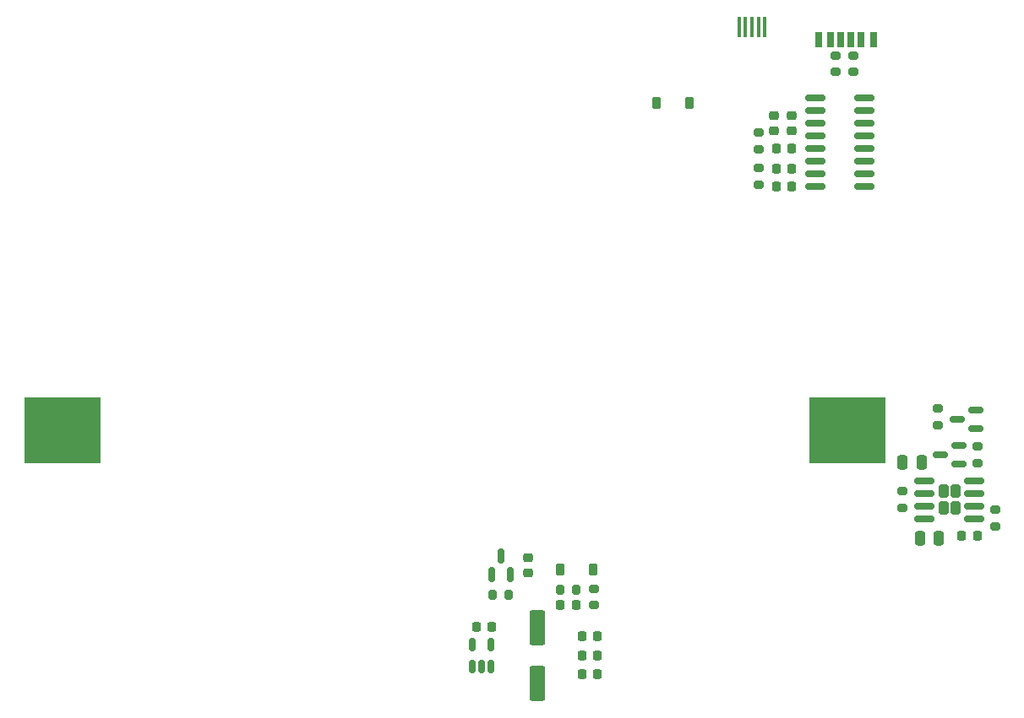
<source format=gbr>
%TF.GenerationSoftware,KiCad,Pcbnew,7.0.2*%
%TF.CreationDate,2023-05-23T12:29:28+08:00*%
%TF.ProjectId,remote_controller,72656d6f-7465-45f6-936f-6e74726f6c6c,rev?*%
%TF.SameCoordinates,PX715d7c0PY5feca40*%
%TF.FileFunction,Paste,Bot*%
%TF.FilePolarity,Positive*%
%FSLAX46Y46*%
G04 Gerber Fmt 4.6, Leading zero omitted, Abs format (unit mm)*
G04 Created by KiCad (PCBNEW 7.0.2) date 2023-05-23 12:29:28*
%MOMM*%
%LPD*%
G01*
G04 APERTURE LIST*
G04 Aperture macros list*
%AMRoundRect*
0 Rectangle with rounded corners*
0 $1 Rounding radius*
0 $2 $3 $4 $5 $6 $7 $8 $9 X,Y pos of 4 corners*
0 Add a 4 corners polygon primitive as box body*
4,1,4,$2,$3,$4,$5,$6,$7,$8,$9,$2,$3,0*
0 Add four circle primitives for the rounded corners*
1,1,$1+$1,$2,$3*
1,1,$1+$1,$4,$5*
1,1,$1+$1,$6,$7*
1,1,$1+$1,$8,$9*
0 Add four rect primitives between the rounded corners*
20,1,$1+$1,$2,$3,$4,$5,0*
20,1,$1+$1,$4,$5,$6,$7,0*
20,1,$1+$1,$6,$7,$8,$9,0*
20,1,$1+$1,$8,$9,$2,$3,0*%
G04 Aperture macros list end*
%ADD10RoundRect,0.218750X0.218750X0.256250X-0.218750X0.256250X-0.218750X-0.256250X0.218750X-0.256250X0*%
%ADD11R,0.400000X2.000000*%
%ADD12RoundRect,0.225000X-0.225000X-0.250000X0.225000X-0.250000X0.225000X0.250000X-0.225000X0.250000X0*%
%ADD13RoundRect,0.150000X-0.825000X-0.150000X0.825000X-0.150000X0.825000X0.150000X-0.825000X0.150000X0*%
%ADD14RoundRect,0.200000X-0.275000X0.200000X-0.275000X-0.200000X0.275000X-0.200000X0.275000X0.200000X0*%
%ADD15RoundRect,0.200000X0.275000X-0.200000X0.275000X0.200000X-0.275000X0.200000X-0.275000X-0.200000X0*%
%ADD16RoundRect,0.150000X0.587500X0.150000X-0.587500X0.150000X-0.587500X-0.150000X0.587500X-0.150000X0*%
%ADD17RoundRect,0.250000X0.550000X-1.500000X0.550000X1.500000X-0.550000X1.500000X-0.550000X-1.500000X0*%
%ADD18RoundRect,0.225000X0.225000X0.250000X-0.225000X0.250000X-0.225000X-0.250000X0.225000X-0.250000X0*%
%ADD19RoundRect,0.225000X-0.225000X-0.375000X0.225000X-0.375000X0.225000X0.375000X-0.225000X0.375000X0*%
%ADD20RoundRect,0.225000X0.250000X-0.225000X0.250000X0.225000X-0.250000X0.225000X-0.250000X-0.225000X0*%
%ADD21RoundRect,0.150000X0.150000X-0.512500X0.150000X0.512500X-0.150000X0.512500X-0.150000X-0.512500X0*%
%ADD22R,0.700000X1.500000*%
%ADD23RoundRect,0.200000X-0.200000X-0.275000X0.200000X-0.275000X0.200000X0.275000X-0.200000X0.275000X0*%
%ADD24RoundRect,0.200000X0.200000X0.275000X-0.200000X0.275000X-0.200000X-0.275000X0.200000X-0.275000X0*%
%ADD25RoundRect,0.150000X0.150000X-0.587500X0.150000X0.587500X-0.150000X0.587500X-0.150000X-0.587500X0*%
%ADD26RoundRect,0.225000X0.225000X0.375000X-0.225000X0.375000X-0.225000X-0.375000X0.225000X-0.375000X0*%
%ADD27RoundRect,0.250000X0.250000X0.475000X-0.250000X0.475000X-0.250000X-0.475000X0.250000X-0.475000X0*%
%ADD28R,7.600000X6.600000*%
%ADD29RoundRect,0.242500X-0.242500X-0.422500X0.242500X-0.422500X0.242500X0.422500X-0.242500X0.422500X0*%
G04 APERTURE END LIST*
D10*
%TO.C,D7*%
X117682060Y-9874850D03*
X116107060Y-9874850D03*
%TD*%
D11*
%TO.C,J3*%
X93778660Y41171200D03*
X94428660Y41171200D03*
X95078660Y41171200D03*
X95728660Y41171200D03*
X96378660Y41171200D03*
%TD*%
D12*
%TO.C,C43*%
X97523000Y25146000D03*
X99073000Y25146000D03*
%TD*%
D13*
%TO.C,U11*%
X101411000Y25171000D03*
X101411000Y26441000D03*
X101411000Y27711000D03*
X101411000Y28981000D03*
X101411000Y30251000D03*
X101411000Y31521000D03*
X101411000Y32791000D03*
X101411000Y34061000D03*
X106361000Y34061000D03*
X106361000Y32791000D03*
X106361000Y31521000D03*
X106361000Y30251000D03*
X106361000Y28981000D03*
X106361000Y27711000D03*
X106361000Y26441000D03*
X106361000Y25171000D03*
%TD*%
D14*
%TO.C,R62*%
X95758000Y30543000D03*
X95758000Y28893000D03*
%TD*%
D15*
%TO.C,R17*%
X103492460Y36646150D03*
X103492460Y38296150D03*
%TD*%
D16*
%TO.C,Q5*%
X117499560Y2759150D03*
X117499560Y859150D03*
X115624560Y1809150D03*
%TD*%
D17*
%TO.C,C13*%
X73548000Y-24716000D03*
X73548000Y-19116000D03*
%TD*%
D14*
%TO.C,R24*%
X110115060Y-5430850D03*
X110115060Y-7080850D03*
%TD*%
D18*
%TO.C,C10*%
X79617000Y-20011000D03*
X78067000Y-20011000D03*
%TD*%
D19*
%TO.C,D1*%
X85472000Y33528000D03*
X88772000Y33528000D03*
%TD*%
D16*
%TO.C,Q3*%
X115800060Y-796850D03*
X115800060Y-2696850D03*
X113925060Y-1746850D03*
%TD*%
D15*
%TO.C,R61*%
X95758000Y25337000D03*
X95758000Y26987000D03*
%TD*%
D20*
%TO.C,C21*%
X72662000Y-13609500D03*
X72662000Y-12059500D03*
%TD*%
D15*
%TO.C,R21*%
X117656560Y-2571850D03*
X117656560Y-921850D03*
%TD*%
D21*
%TO.C,U6*%
X68936000Y-23053500D03*
X67986000Y-23053500D03*
X67036000Y-23053500D03*
X67036000Y-20778500D03*
X68936000Y-20778500D03*
%TD*%
D22*
%TO.C,J2*%
X107223560Y39883950D03*
X102953560Y39883950D03*
X103973560Y39883950D03*
X105993560Y39883950D03*
X101723560Y39883950D03*
X107223560Y39883950D03*
X105993560Y39883950D03*
X104973560Y39883950D03*
X102953560Y39883950D03*
X101723560Y39883950D03*
%TD*%
D18*
%TO.C,C11*%
X79617000Y-21916000D03*
X78067000Y-21916000D03*
%TD*%
D20*
%TO.C,C45*%
X97282000Y30721000D03*
X97282000Y32271000D03*
%TD*%
D23*
%TO.C,R20*%
X69043000Y-15804000D03*
X70693000Y-15804000D03*
%TD*%
D18*
%TO.C,C19*%
X77438000Y-16808000D03*
X75888000Y-16808000D03*
%TD*%
D24*
%TO.C,R19*%
X77488000Y-15296000D03*
X75838000Y-15296000D03*
%TD*%
D15*
%TO.C,R16*%
X105270460Y36646150D03*
X105270460Y38296150D03*
%TD*%
D10*
%TO.C,D8*%
X99085500Y26924000D03*
X97510500Y26924000D03*
%TD*%
D15*
%TO.C,R22*%
X119434560Y-8921850D03*
X119434560Y-7271850D03*
%TD*%
%TO.C,R18*%
X79198000Y-16871000D03*
X79198000Y-15221000D03*
%TD*%
D25*
%TO.C,Q4*%
X70884000Y-13772000D03*
X68984000Y-13772000D03*
X69934000Y-11897000D03*
%TD*%
D26*
%TO.C,D6*%
X79183000Y-13252000D03*
X75883000Y-13252000D03*
%TD*%
D20*
%TO.C,C44*%
X99060000Y30721000D03*
X99060000Y32271000D03*
%TD*%
D12*
%TO.C,C9*%
X67433000Y-19052000D03*
X68983000Y-19052000D03*
%TD*%
D14*
%TO.C,R23*%
X113672560Y2854150D03*
X113672560Y1204150D03*
%TD*%
D27*
%TO.C,C22*%
X112081060Y-2508850D03*
X110181060Y-2508850D03*
%TD*%
%TO.C,C20*%
X113780560Y-10128850D03*
X111880560Y-10128850D03*
%TD*%
D28*
%TO.C,BT1*%
X25961000Y673150D03*
X104661000Y673150D03*
%TD*%
D29*
%TO.C,U8*%
X114249060Y-5430850D03*
X114249060Y-7080850D03*
X115449060Y-5430850D03*
X115449060Y-7080850D03*
D13*
X112374060Y-8160850D03*
X112374060Y-6890850D03*
X112374060Y-5620850D03*
X112374060Y-4350850D03*
X117324060Y-4350850D03*
X117324060Y-5620850D03*
X117324060Y-6890850D03*
X117324060Y-8160850D03*
%TD*%
D10*
%TO.C,D9*%
X99085500Y28956000D03*
X97510500Y28956000D03*
%TD*%
D18*
%TO.C,C12*%
X79617000Y-23821000D03*
X78067000Y-23821000D03*
%TD*%
M02*

</source>
